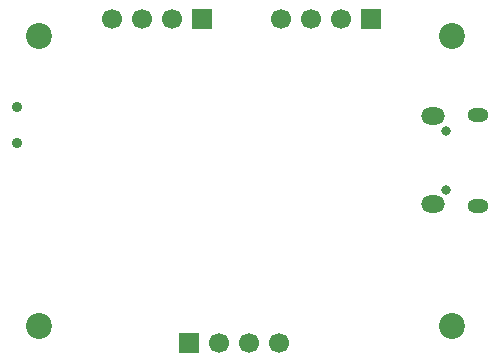
<source format=gbr>
%TF.GenerationSoftware,KiCad,Pcbnew,9.0.4*%
%TF.CreationDate,2025-10-05T01:24:38+05:30*%
%TF.ProjectId,Project4,50726f6a-6563-4743-942e-6b696361645f,rev?*%
%TF.SameCoordinates,Original*%
%TF.FileFunction,Soldermask,Bot*%
%TF.FilePolarity,Negative*%
%FSLAX46Y46*%
G04 Gerber Fmt 4.6, Leading zero omitted, Abs format (unit mm)*
G04 Created by KiCad (PCBNEW 9.0.4) date 2025-10-05 01:24:38*
%MOMM*%
%LPD*%
G01*
G04 APERTURE LIST*
%ADD10O,1.800000X1.150000*%
%ADD11O,2.000000X1.450000*%
%ADD12O,0.800000X0.800000*%
%ADD13C,0.900000*%
%ADD14C,2.200000*%
%ADD15R,1.700000X1.700000*%
%ADD16C,1.700000*%
G04 APERTURE END LIST*
D10*
%TO.C,J1*%
X134195000Y-87630000D03*
D11*
X130395000Y-87780000D03*
X130395000Y-95230000D03*
D10*
X134195000Y-95380000D03*
D12*
X131445000Y-89005000D03*
X131445000Y-94005000D03*
%TD*%
D13*
%TO.C,SW1*%
X95170000Y-90000000D03*
X95170000Y-87000000D03*
%TD*%
D14*
%TO.C,H4*%
X97000000Y-81000000D03*
%TD*%
D15*
%TO.C,J4*%
X109690000Y-107000000D03*
D16*
X112230000Y-107000000D03*
X114770000Y-107000000D03*
X117310000Y-107000000D03*
%TD*%
D14*
%TO.C,H3*%
X132000000Y-81000000D03*
%TD*%
%TO.C,H2*%
X132000000Y-105500000D03*
%TD*%
%TO.C,H1*%
X97000000Y-105500000D03*
%TD*%
D15*
%TO.C,J3*%
X125080000Y-79500000D03*
D16*
X122540000Y-79500000D03*
X120000000Y-79500000D03*
X117460000Y-79500000D03*
%TD*%
%TO.C,J2*%
X103190000Y-79500000D03*
X105730000Y-79500000D03*
X108270000Y-79500000D03*
D15*
X110810000Y-79500000D03*
%TD*%
M02*

</source>
